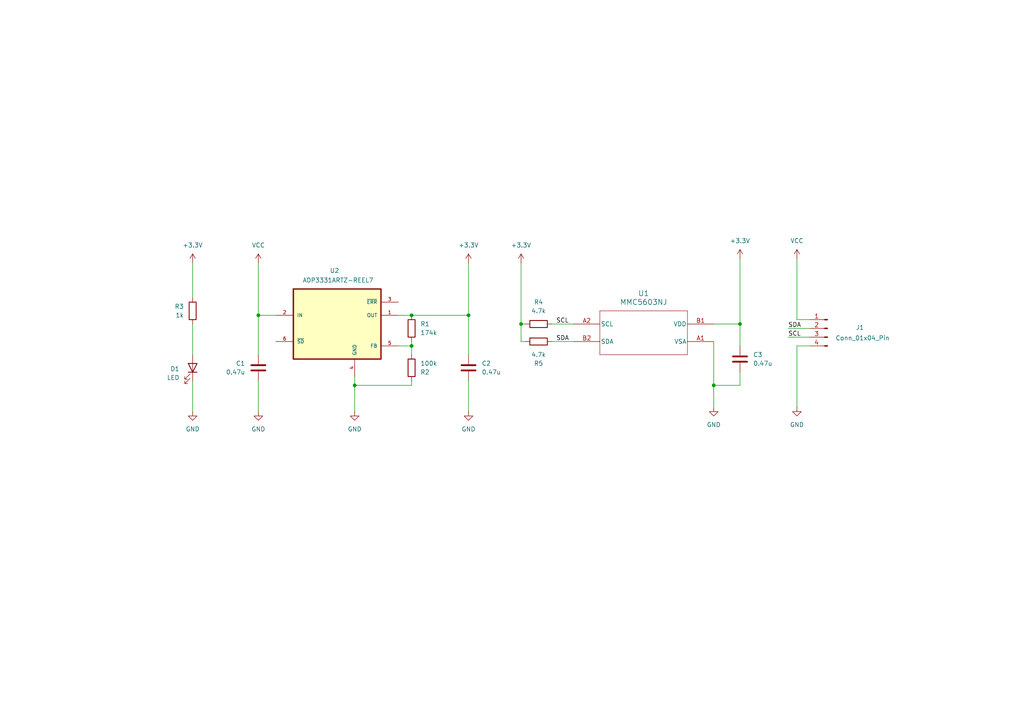
<source format=kicad_sch>
(kicad_sch (version 20250114) (generator "eeschema") (generator_version "9.0")
  (paper "A4")
  (title_block (title "PCB Design Lab") (date "2026-01-28"))
  (lib_symbols
    (symbol "Connector:Conn_01x04_Pin" (pin_names (offset 1.016) (hide yes))
      (property "Reference" "J" (at 0 5.08 0))
      (property "Value" "Conn_01x04_Pin" (at 0 -7.62 0))
      (symbol "Conn_01x04_Pin_1_1"
        (rectangle (start 0.8636 2.667) (end 0 2.413) (stroke (width 0.1524)) (fill (type outline)))
        (rectangle (start 0.8636 0.127) (end 0 -0.127) (stroke (width 0.1524)) (fill (type outline)))
        (rectangle (start 0.8636 -2.413) (end 0 -2.667) (stroke (width 0.1524)) (fill (type outline)))
        (rectangle (start 0.8636 -4.953) (end 0 -5.207) (stroke (width 0.1524)) (fill (type outline)))
        (polyline (pts (xy 1.27 2.54) (xy 0.8636 2.54)) (stroke (width 0.1524)))
        (polyline (pts (xy 1.27 0) (xy 0.8636 0)) (stroke (width 0.1524)))
        (polyline (pts (xy 1.27 -2.54) (xy 0.8636 -2.54)) (stroke (width 0.1524)))
        (polyline (pts (xy 1.27 -5.08) (xy 0.8636 -5.08)) (stroke (width 0.1524)))
        (pin passive line (at 5.08 2.54 180) (length 3.81) (name "Pin_1") (number "1"))
        (pin passive line (at 5.08 0 180) (length 3.81) (name "Pin_2") (number "2"))
        (pin passive line (at 5.08 -2.54 180) (length 3.81) (name "Pin_3") (number "3"))
        (pin passive line (at 5.08 -5.08 180) (length 3.81) (name "Pin_4") (number "4"))
      )
    )
    (symbol "Device:C" (pin_numbers (hide yes)) (pin_names (offset 0.254))
      (property "Reference" "C" (at 0.635 2.54 0))
      (property "Value" "C" (at 0.635 -2.54 0))
      (symbol "C_0_1"
        (polyline (pts (xy -2.032 0.762) (xy 2.032 0.762)) (stroke (width 0.508)))
        (polyline (pts (xy -2.032 -0.762) (xy 2.032 -0.762)) (stroke (width 0.508)))
      )
      (symbol "C_1_1"
        (pin passive line (at 0 3.81 270) (length 2.794) (name "~") (number "1"))
        (pin passive line (at 0 -3.81 90) (length 2.794) (name "~") (number "2"))
      )
    )
    (symbol "Device:LED" (pin_numbers (hide yes)) (pin_names (offset 1.016) (hide yes))
      (property "Reference" "D" (at 0 2.54 0))
      (property "Value" "LED" (at 0 -2.54 0))
      (symbol "LED_0_1"
        (polyline (pts (xy -3.048 -0.762) (xy -4.572 -2.286) (xy -3.81 -2.286) (xy -4.572 -2.286) (xy -4.572 -1.524)))
        (polyline (pts (xy -1.778 -0.762) (xy -3.302 -2.286) (xy -2.54 -2.286) (xy -3.302 -2.286) (xy -3.302 -1.524)))
        (polyline (pts (xy -1.27 0) (xy 1.27 0)))
        (polyline (pts (xy -1.27 -1.27) (xy -1.27 1.27)) (stroke (width 0.254)))
        (polyline (pts (xy 1.27 -1.27) (xy 1.27 1.27) (xy -1.27 0) (xy 1.27 -1.27)) (stroke (width 0.254)))
      )
      (symbol "LED_1_1"
        (pin passive line (at -3.81 0 0) (length 2.54) (name "K") (number "1"))
        (pin passive line (at 3.81 0 180) (length 2.54) (name "A") (number "2"))
      )
    )
    (symbol "Device:R" (pin_numbers (hide yes)) (pin_names (offset 0))
      (property "Reference" "R" (at 2.032 0 90))
      (property "Value" "R" (at 0 0 90))
      (symbol "R_0_1"
        (rectangle (start -1.016 -2.54) (end 1.016 2.54) (stroke (width 0.254)))
      )
      (symbol "R_1_1"
        (pin passive line (at 0 3.81 270) (length 1.27) (name "~") (number "1"))
        (pin passive line (at 0 -3.81 90) (length 1.27) (name "~") (number "2"))
      )
    )
    (symbol "power:+3.3V" (power) (pin_numbers (hide yes)) (pin_names (offset 0) (hide yes))
      (property "Value" "+3.3V" (at 0 3.556 0))
      (symbol "+3.3V_0_1"
        (polyline (pts (xy -0.762 1.27) (xy 0 2.54)))
        (polyline (pts (xy 0 2.54) (xy 0.762 1.27)))
        (polyline (pts (xy 0 0) (xy 0 2.54)))
      )
      (symbol "+3.3V_1_1"
        (pin power_in line (at 0 0 90) (length 0) (name "~") (number "1"))
      )
    )
    (symbol "power:GND" (power) (pin_numbers (hide yes)) (pin_names (offset 0) (hide yes))
      (property "Value" "GND" (at 0 -3.81 0))
      (symbol "GND_0_1"
        (polyline (pts (xy 0 0) (xy 0 -1.27) (xy 1.27 -1.27) (xy 0 -2.54) (xy -1.27 -1.27) (xy 0 -1.27)))
      )
      (symbol "GND_1_1"
        (pin power_in line (at 0 0 270) (length 0) (name "~") (number "1"))
      )
    )
    (symbol "power:VCC" (power) (pin_numbers (hide yes)) (pin_names (offset 0) (hide yes))
      (property "Value" "VCC" (at 0 3.556 0))
      (symbol "VCC_0_1"
        (polyline (pts (xy -0.762 1.27) (xy 0 2.54)))
        (polyline (pts (xy 0 2.54) (xy 0.762 1.27)))
        (polyline (pts (xy 0 0) (xy 0 2.54)))
      )
      (symbol "VCC_1_1"
        (pin power_in line (at 0 0 90) (length 0) (name "~") (number "1"))
      )
    )
    (symbol "sensorcircuits:ADP3331ARTZ-REEL7" (pin_names (offset 1.016))
      (property "Reference" "U2" (at -0.762 15.494 0))
      (property "Value" "ADP3331ARTZ-REEL7" (at 0.254 12.7 0))
      (symbol "ADP3331ARTZ-REEL7_0_0"
        (rectangle (start -12.7 -10.16) (end 12.7 10.16) (stroke (width 0.41)) (fill (type background)))
        (pin input line (at -17.78 2.54 0) (length 5.08) (name "IN") (number "2"))
        (pin output line (at -17.78 -5.08 0) (length 5.08) (name "~{SD}") (number "6"))
        (pin output line (at 5.08 -15.24 90) (length 5.08) (name "GND") (number "4"))
        (pin bidirectional line (at 17.78 6.35 180) (length 5.08) (name "~{ERR}") (number "3"))
        (pin output line (at 17.78 2.54 180) (length 5.08) (name "OUT") (number "1"))
        (pin input line (at 17.78 -6.35 180) (length 5.08) (name "FB") (number "5"))
      )
    )
    (symbol "sensorcircuits:MMC5603NJ" (pin_names (offset 0.254))
      (property "Reference" "U1" (at 20.32 10.16 0))
      (property "Value" "MMC5603NJ" (at 20.32 7.62 0))
      (symbol "MMC5603NJ_0_1"
        (polyline (pts (xy 7.62 5.08) (xy 7.62 -7.62)) (stroke (width 0.127)))
        (polyline (pts (xy 7.62 -7.62) (xy 33.02 -7.62)) (stroke (width 0.127)))
        (polyline (pts (xy 33.02 5.08) (xy 7.62 5.08)) (stroke (width 0.127)))
        (polyline (pts (xy 33.02 -7.62) (xy 33.02 5.08)) (stroke (width 0.127)))
        (pin input line (at 0 1.27 0) (length 7.62) (name "SCL") (number "A2"))
        (pin bidirectional line (at 0 -3.81 0) (length 7.62) (name "SDA") (number "B2"))
        (pin power_in line (at 40.64 1.27 180) (length 7.62) (name "VDD") (number "B1"))
        (pin power_out line (at 40.64 -3.81 180) (length 7.62) (name "VSA") (number "A1"))
      )
    )
  )
  (junction (at 207.01 111.76))
  (junction (at 151.13 93.98))
  (junction (at 119.38 100.33))
  (junction (at 214.63 93.98))
  (junction (at 74.93 91.44))
  (junction (at 119.38 91.44))
  (junction (at 135.89 91.44))
  (junction (at 102.87 111.76))
  (wire (pts (xy 55.88 110.49) (xy 55.88 119.38)))
  (wire (pts (xy 207.01 111.76) (xy 207.01 118.11)))
  (wire (pts (xy 74.93 91.44) (xy 74.93 102.87)))
  (wire (pts (xy 115.57 91.44) (xy 119.38 91.44)))
  (wire (pts (xy 231.14 100.33) (xy 231.14 118.11)))
  (wire (pts (xy 214.63 74.93) (xy 214.63 93.98)))
  (wire (pts (xy 214.63 100.33) (xy 214.63 93.98)))
  (wire (pts (xy 231.14 92.71) (xy 234.95 92.71)))
  (wire (pts (xy 151.13 99.06) (xy 152.4 99.06)))
  (wire (pts (xy 214.63 93.98) (xy 207.01 93.98)))
  (wire (pts (xy 151.13 93.98) (xy 151.13 99.06)))
  (wire (pts (xy 55.88 102.87) (xy 55.88 93.98)))
  (wire (pts (xy 207.01 99.06) (xy 207.01 111.76)))
  (wire (pts (xy 135.89 91.44) (xy 135.89 102.87)))
  (wire (pts (xy 115.57 100.33) (xy 119.38 100.33)))
  (wire (pts (xy 135.89 76.2) (xy 135.89 91.44)))
  (wire (pts (xy 119.38 91.44) (xy 135.89 91.44)))
  (wire (pts (xy 74.93 76.2) (xy 74.93 91.44)))
  (wire (pts (xy 234.95 100.33) (xy 231.14 100.33)))
  (wire (pts (xy 214.63 111.76) (xy 207.01 111.76)))
  (wire (pts (xy 102.87 111.76) (xy 102.87 119.38)))
  (wire (pts (xy 228.6 97.79) (xy 234.95 97.79)))
  (wire (pts (xy 74.93 110.49) (xy 74.93 119.38)))
  (wire (pts (xy 119.38 110.49) (xy 119.38 111.76)))
  (wire (pts (xy 102.87 109.22) (xy 102.87 111.76)))
  (wire (pts (xy 119.38 100.33) (xy 119.38 102.87)))
  (wire (pts (xy 119.38 99.06) (xy 119.38 100.33)))
  (wire (pts (xy 80.01 91.44) (xy 74.93 91.44)))
  (wire (pts (xy 135.89 119.38) (xy 135.89 110.49)))
  (wire (pts (xy 151.13 93.98) (xy 152.4 93.98)))
  (wire (pts (xy 119.38 111.76) (xy 102.87 111.76)))
  (wire (pts (xy 160.02 93.98) (xy 166.37 93.98)))
  (wire (pts (xy 55.88 76.2) (xy 55.88 86.36)))
  (wire (pts (xy 214.63 107.95) (xy 214.63 111.76)))
  (wire (pts (xy 231.14 74.93) (xy 231.14 92.71)))
  (wire (pts (xy 228.6 95.25) (xy 234.95 95.25)))
  (wire (pts (xy 160.02 99.06) (xy 166.37 99.06)))
  (wire (pts (xy 151.13 76.2) (xy 151.13 93.98)))
  (label "SCL" (at 161.29 93.98 0))
  (label "SDA" (at 161.29 99.06 0))
  (label "SDA" (at 228.6 95.25 0))
  (label "SCL" (at 228.6 97.79 0))
  (symbol (lib_id "power:GND") (at 74.93 119.38 0) (unit 1)
    (property "Reference" "#PWR04" (effects (hide yes)))
    (property "Value" "GND" (at 74.93 124.46 0))
    (property "Description" "Power symbol creates a global label with name \"GND\" , ground" (effects (hide yes)))
  )
  (symbol (lib_id "power:+3.3V") (at 151.13 76.2 0) (unit 1)
    (property "Reference" "#PWR09" (effects (hide yes)))
    (property "Value" "+3.3V" (at 151.13 71.12 0))
    (property "Description" "Power symbol creates a global label with name \"+3.3V\"" (effects (hide yes)))
  )
  (symbol (lib_id "power:GND") (at 231.14 118.11 0) (unit 1)
    (property "Reference" "#PWR012" (effects (hide yes)))
    (property "Value" "GND" (at 231.14 123.19 0))
    (property "Description" "Power symbol creates a global label with name \"GND\" , ground" (effects (hide yes)))
  )
  (symbol (lib_id "power:VCC") (at 74.93 76.2 0) (unit 1)
    (property "Reference" "#PWR06" (effects (hide yes)))
    (property "Value" "VCC" (at 74.93 71.12 0))
    (property "Description" "Power symbol creates a global label with name \"VCC\"" (effects (hide yes)))
  )
  (symbol (lib_id "Device:LED") (at 55.88 106.68 270) (mirror x) (unit 1)
    (property "Reference" "D1" (at 52.07 106.9974 90) (effects (justify right)))
    (property "Value" "LED" (at 52.07 109.5374 90) (effects (justify right)))
    (property "Footprint" "LED_SMD:LED_0402_1005Metric" (effects (hide yes)))
    (property "Description" "Light emitting diode" (effects (hide yes)))
    (property "Sim.Pins" "1=K 2=A" (effects (hide yes)))
  )
  (symbol (lib_id "power:GND") (at 135.89 119.38 0) (unit 1)
    (property "Reference" "#PWR05" (effects (hide yes)))
    (property "Value" "GND" (at 135.89 124.46 0))
    (property "Description" "Power symbol creates a global label with name \"GND\" , ground" (effects (hide yes)))
  )
  (symbol (lib_id "Device:R") (at 156.21 93.98 270) (unit 1)
    (property "Reference" "R4" (at 156.21 87.63 90))
    (property "Value" "4.7k" (at 156.21 90.17 90))
    (property "Footprint" "Resistor_SMD:R_0402_1005Metric_Pad0.72x0.64mm_HandSolder" (effects (hide yes)))
    (property "Description" "Resistor" (effects (hide yes)))
  )
  (symbol (lib_id "Device:R") (at 119.38 95.25 0) (unit 1)
    (property "Reference" "R1" (at 121.92 93.9799 0) (effects (justify left)))
    (property "Value" "174k" (at 121.92 96.5199 0) (effects (justify left)))
    (property "Footprint" "Resistor_SMD:R_0402_1005Metric_Pad0.72x0.64mm_HandSolder" (effects (hide yes)))
    (property "Description" "Resistor" (effects (hide yes)))
  )
  (symbol (lib_id "power:GND") (at 207.01 118.11 0) (unit 1)
    (property "Reference" "#PWR02" (effects (hide yes)))
    (property "Value" "GND" (at 207.01 123.19 0))
    (property "Description" "Power symbol creates a global label with name \"GND\" , ground" (effects (hide yes)))
  )
  (symbol (lib_id "power:GND") (at 102.87 119.38 0) (unit 1)
    (property "Reference" "#PWR03" (effects (hide yes)))
    (property "Value" "GND" (at 102.87 124.46 0))
    (property "Description" "Power symbol creates a global label with name \"GND\" , ground" (effects (hide yes)))
  )
  (symbol (lib_id "Device:C") (at 214.63 104.14 0) (unit 1)
    (property "Reference" "C3" (at 218.44 102.8699 0) (effects (justify left)))
    (property "Value" "0.47u" (at 218.44 105.4099 0) (effects (justify left)))
    (property "Footprint" "Capacitor_SMD:C_0402_1005Metric_Pad0.74x0.62mm_HandSolder" (effects (hide yes)))
    (property "Description" "Unpolarized capacitor" (effects (hide yes)))
  )
  (symbol (lib_id "power:+3.3V") (at 135.89 76.2 0) (unit 1)
    (property "Reference" "#PWR01" (effects (hide yes)))
    (property "Value" "+3.3V" (at 135.89 71.12 0))
    (property "Description" "Power symbol creates a global label with name \"+3.3V\"" (effects (hide yes)))
  )
  (symbol (lib_id "Device:R") (at 55.88 90.17 0) (mirror y) (unit 1)
    (property "Reference" "R3" (at 53.34 88.8999 0) (effects (justify left)))
    (property "Value" "1k" (at 53.34 91.4399 0) (effects (justify left)))
    (property "Footprint" "Resistor_SMD:R_0402_1005Metric_Pad0.72x0.64mm_HandSolder" (effects (hide yes)))
    (property "Description" "Resistor" (effects (hide yes)))
  )
  (symbol (lib_id "Device:R") (at 119.38 106.68 0) (mirror y) (unit 1)
    (property "Reference" "R2" (at 121.92 107.9501 0) (effects (justify right)))
    (property "Value" "100k" (at 121.92 105.4101 0) (effects (justify right)))
    (property "Footprint" "Resistor_SMD:R_0402_1005Metric_Pad0.72x0.64mm_HandSolder" (effects (hide yes)))
    (property "Description" "Resistor" (effects (hide yes)))
  )
  (symbol (lib_id "power:+3.3V") (at 55.88 76.2 0) (mirror y) (unit 1)
    (property "Reference" "#PWR08" (effects (hide yes)))
    (property "Value" "+3.3V" (at 55.88 71.12 0))
    (property "Description" "Power symbol creates a global label with name \"+3.3V\"" (effects (hide yes)))
  )
  (symbol (lib_id "sensorcircuits:MMC5603NJ") (at 166.37 95.25 0) (unit 1)
    (property "Reference" "U1" (at 186.69 85.09 0) (effects (font (size 1.524 1.524))))
    (property "Value" "MMC5603NJ" (at 186.69 87.63 0) (effects (font (size 1.524 1.524))))
    (property "Footprint" "MMC5603NJ:WLP4_0P82X0P82_MEM" (effects (hide yes)))
    (property "Datasheet" "MMC5603NJ" (effects (hide yes)))
  )
  (symbol (lib_id "sensorcircuits:ADP3331ARTZ-REEL7") (at 97.79 93.98 0) (unit 1)
    (property "Reference" "U2" (at 97.028 78.486 0))
    (property "Value" "ADP3331ARTZ-REEL7" (at 98.044 81.28 0))
    (property "Footprint" "ADP3331:SOT95P280X145-6N" (effects (hide yes)))
  )
  (symbol (lib_id "power:VCC") (at 231.14 74.93 0) (unit 1)
    (property "Reference" "#PWR011" (effects (hide yes)))
    (property "Value" "VCC" (at 231.14 69.85 0))
    (property "Description" "Power symbol creates a global label with name \"VCC\"" (effects (hide yes)))
  )
  (symbol (lib_id "power:GND") (at 55.88 119.38 0) (mirror y) (unit 1)
    (property "Reference" "#PWR07" (effects (hide yes)))
    (property "Value" "GND" (at 55.88 124.46 0))
    (property "Description" "Power symbol creates a global label with name \"GND\" , ground" (effects (hide yes)))
  )
  (symbol (lib_id "power:+3.3V") (at 214.63 74.93 0) (unit 1)
    (property "Reference" "#PWR010" (effects (hide yes)))
    (property "Value" "+3.3V" (at 214.63 69.85 0))
    (property "Description" "Power symbol creates a global label with name \"+3.3V\"" (effects (hide yes)))
  )
  (symbol (lib_id "Connector:Conn_01x04_Pin") (at 240.03 95.25 0) (mirror y) (unit 1)
    (property "Reference" "J1" (at 249.428 94.996 0))
    (property "Value" "Conn_01x04_Pin" (at 250.19 98.044 0))
    (property "Footprint" "Connector_PinSocket_2.54mm:PinSocket_1x04_P2.54mm_Vertical" (effects (hide yes)))
    (property "Description" "Generic connector, single row, 01x04, script generated" (effects (hide yes)))
  )
  (symbol (lib_id "Device:C") (at 135.89 106.68 0) (unit 1)
    (property "Reference" "C2" (at 139.7 105.4099 0) (effects (justify left)))
    (property "Value" "0.47u" (at 139.7 107.9499 0) (effects (justify left)))
    (property "Footprint" "Capacitor_SMD:C_0402_1005Metric_Pad0.74x0.62mm_HandSolder" (effects (hide yes)))
    (property "Description" "Unpolarized capacitor" (effects (hide yes)))
  )
  (symbol (lib_id "Device:C") (at 74.93 106.68 0) (mirror x) (unit 1)
    (property "Reference" "C1" (at 71.12 105.4099 0) (effects (justify right)))
    (property "Value" "0.47u" (at 71.12 107.9499 0) (effects (justify right)))
    (property "Footprint" "Capacitor_SMD:C_0402_1005Metric_Pad0.74x0.62mm_HandSolder" (effects (hide yes)))
    (property "Description" "Unpolarized capacitor" (effects (hide yes)))
  )
  (symbol (lib_id "Device:R") (at 156.21 99.06 270) (mirror x) (unit 1)
    (property "Reference" "R5" (at 156.21 105.41 90))
    (property "Value" "4.7k" (at 156.21 102.87 90))
    (property "Footprint" "Resistor_SMD:R_0402_1005Metric_Pad0.72x0.64mm_HandSolder" (effects (hide yes)))
    (property "Description" "Resistor" (effects (hide yes)))
  )
)
</source>
